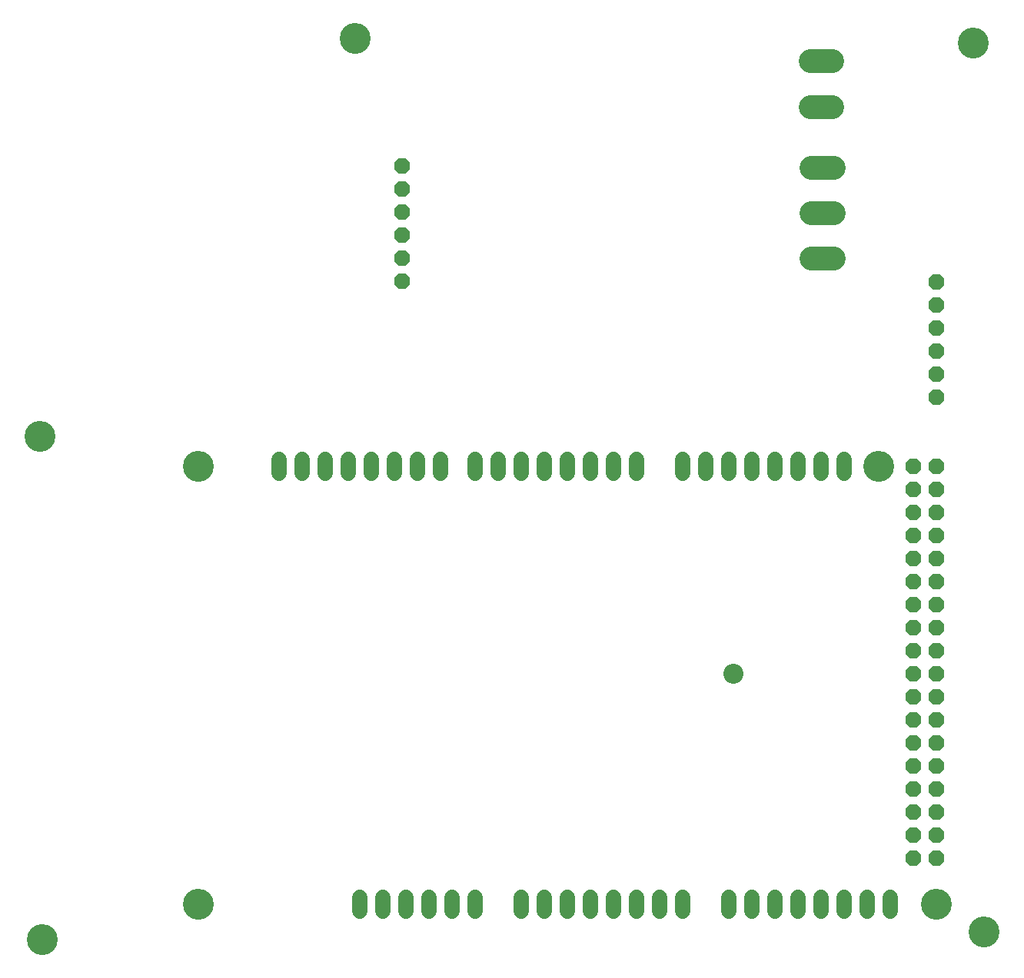
<source format=gbs>
G75*
%MOIN*%
%OFA0B0*%
%FSLAX25Y25*%
%IPPOS*%
%LPD*%
%AMOC8*
5,1,8,0,0,1.08239X$1,22.5*
%
%ADD10C,0.13398*%
%ADD11OC8,0.06800*%
%ADD12C,0.06800*%
%ADD13C,0.08674*%
%ADD14C,0.10170*%
D10*
X0041657Y0041067D03*
X0109217Y0056343D03*
X0109217Y0246343D03*
X0040476Y0259177D03*
X0177091Y0432012D03*
X0404217Y0246343D03*
X0445201Y0430043D03*
X0429217Y0056343D03*
X0449925Y0044217D03*
D11*
X0429217Y0076343D03*
X0419217Y0076343D03*
X0419217Y0086343D03*
X0419217Y0096343D03*
X0419217Y0106343D03*
X0419217Y0116343D03*
X0419217Y0126343D03*
X0419217Y0136343D03*
X0419217Y0146343D03*
X0419217Y0156343D03*
X0419217Y0166343D03*
X0419217Y0176343D03*
X0419217Y0186343D03*
X0429217Y0186343D03*
X0429217Y0176343D03*
X0429217Y0166343D03*
X0429217Y0156343D03*
X0429217Y0146343D03*
X0429217Y0136343D03*
X0429217Y0126343D03*
X0429217Y0116343D03*
X0429217Y0106343D03*
X0429217Y0096343D03*
X0429217Y0086343D03*
X0429217Y0196343D03*
X0429217Y0206343D03*
X0429217Y0216343D03*
X0429217Y0226343D03*
X0429217Y0236343D03*
X0429217Y0246343D03*
X0419217Y0246343D03*
X0419217Y0236343D03*
X0419217Y0226343D03*
X0419217Y0216343D03*
X0419217Y0206343D03*
X0419217Y0196343D03*
X0429217Y0276343D03*
X0429217Y0286343D03*
X0429217Y0296343D03*
X0429217Y0306343D03*
X0429217Y0316343D03*
X0429217Y0326343D03*
X0197681Y0326539D03*
X0197681Y0336539D03*
X0197681Y0346539D03*
X0197681Y0356539D03*
X0197681Y0366539D03*
X0197681Y0376539D03*
D12*
X0194217Y0249343D02*
X0194217Y0243343D01*
X0184217Y0243343D02*
X0184217Y0249343D01*
X0174217Y0249343D02*
X0174217Y0243343D01*
X0164217Y0243343D02*
X0164217Y0249343D01*
X0154217Y0249343D02*
X0154217Y0243343D01*
X0144217Y0243343D02*
X0144217Y0249343D01*
X0204217Y0249343D02*
X0204217Y0243343D01*
X0214217Y0243343D02*
X0214217Y0249343D01*
X0229217Y0249343D02*
X0229217Y0243343D01*
X0239217Y0243343D02*
X0239217Y0249343D01*
X0249217Y0249343D02*
X0249217Y0243343D01*
X0259217Y0243343D02*
X0259217Y0249343D01*
X0269217Y0249343D02*
X0269217Y0243343D01*
X0279217Y0243343D02*
X0279217Y0249343D01*
X0289217Y0249343D02*
X0289217Y0243343D01*
X0299217Y0243343D02*
X0299217Y0249343D01*
X0319217Y0249343D02*
X0319217Y0243343D01*
X0329217Y0243343D02*
X0329217Y0249343D01*
X0339217Y0249343D02*
X0339217Y0243343D01*
X0349217Y0243343D02*
X0349217Y0249343D01*
X0359217Y0249343D02*
X0359217Y0243343D01*
X0369217Y0243343D02*
X0369217Y0249343D01*
X0379217Y0249343D02*
X0379217Y0243343D01*
X0389217Y0243343D02*
X0389217Y0249343D01*
X0389217Y0059343D02*
X0389217Y0053343D01*
X0399217Y0053343D02*
X0399217Y0059343D01*
X0409217Y0059343D02*
X0409217Y0053343D01*
X0379217Y0053343D02*
X0379217Y0059343D01*
X0369217Y0059343D02*
X0369217Y0053343D01*
X0359217Y0053343D02*
X0359217Y0059343D01*
X0349217Y0059343D02*
X0349217Y0053343D01*
X0339217Y0053343D02*
X0339217Y0059343D01*
X0319217Y0059343D02*
X0319217Y0053343D01*
X0309217Y0053343D02*
X0309217Y0059343D01*
X0299217Y0059343D02*
X0299217Y0053343D01*
X0289217Y0053343D02*
X0289217Y0059343D01*
X0279217Y0059343D02*
X0279217Y0053343D01*
X0269217Y0053343D02*
X0269217Y0059343D01*
X0259217Y0059343D02*
X0259217Y0053343D01*
X0249217Y0053343D02*
X0249217Y0059343D01*
X0229217Y0059343D02*
X0229217Y0053343D01*
X0219217Y0053343D02*
X0219217Y0059343D01*
X0209217Y0059343D02*
X0209217Y0053343D01*
X0199217Y0053343D02*
X0199217Y0059343D01*
X0189217Y0059343D02*
X0189217Y0053343D01*
X0179217Y0053343D02*
X0179217Y0059343D01*
D13*
X0341217Y0156343D03*
D14*
X0375004Y0336461D02*
X0384374Y0336461D01*
X0384374Y0356146D02*
X0375004Y0356146D01*
X0375004Y0375831D02*
X0384374Y0375831D01*
X0383980Y0402406D02*
X0374610Y0402406D01*
X0374610Y0422091D02*
X0383980Y0422091D01*
M02*

</source>
